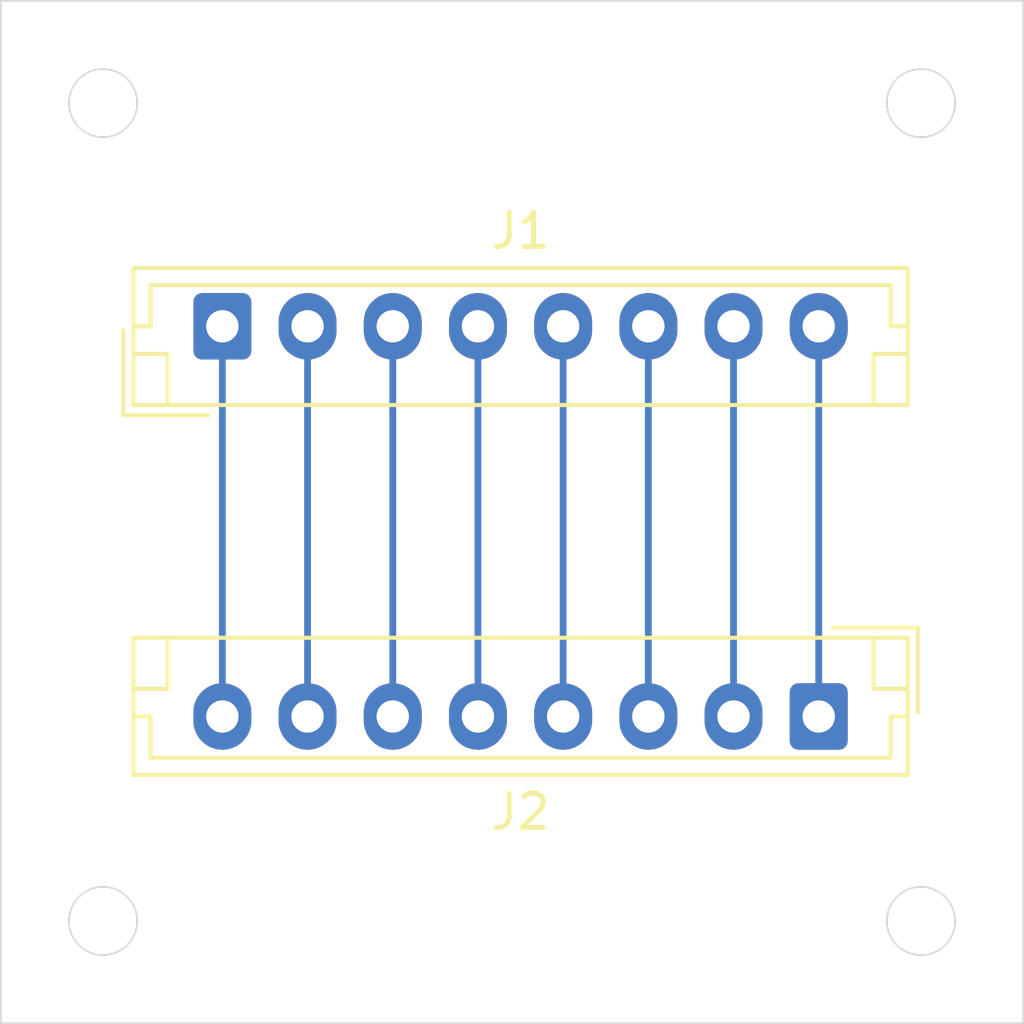
<source format=kicad_pcb>
(kicad_pcb (version 20240108) (generator "pcbnew") (generator_version "8.0")
  (layers (0 "F.Cu" signal) (31 "B.Cu" signal) (34 "B.Paste" user) (35 "F.Paste" user) (36 "B.SilkS" user "B.Silkscreen") (37 "F.SilkS" user "F.Silkscreen") (38 "B.Mask" user) (39 "F.Mask" user) (44 "Edge.Cuts" user))
  (net 0 "")
  (net 1 "Net-(J1-Pin_5)")
  (net 2 "Net-(J1-Pin_2)")
  (net 3 "Net-(J1-Pin_3)")
  (net 4 "Net-(J1-Pin_8)")
  (net 5 "Net-(J1-Pin_4)")
  (net 6 "Net-(J1-Pin_1)")
  (net 7 "Net-(J1-Pin_7)")
  (net 8 "Net-(J1-Pin_6)")
  (footprint "Connector_JST:JST_EH_B8B-EH-A_1x08_P2.50mm_Vertical" (layer "F.Cu") (at 36.5 39.55)
    (property "Reference" "J1" (at 8.75 -2.8 0) (layer "F.SilkS"))
    (property "Value" "Conn_01x08")
    (fp_line (start -2.91 0.11) (end -2.91 2.61) (stroke (width 0.12)) (layer "F.SilkS"))
    (fp_line (start -2.91 2.61) (end -0.41 2.61) (stroke (width 0.12)) (layer "F.SilkS"))
    (fp_line (start -2.61 -1.71) (end -2.61 2.31) (stroke (width 0.12)) (layer "F.SilkS"))
    (fp_line (start -2.61 0) (end -2.11 0) (stroke (width 0.12)) (layer "F.SilkS"))
    (fp_line (start -2.61 0.81) (end -1.61 0.81) (stroke (width 0.12)) (layer "F.SilkS"))
    (fp_line (start -2.61 2.31) (end 20.11 2.31) (stroke (width 0.12)) (layer "F.SilkS"))
    (fp_line (start -2.11 -1.21) (end 19.61 -1.21) (stroke (width 0.12)) (layer "F.SilkS"))
    (fp_line (start -2.11 0) (end -2.11 -1.21) (stroke (width 0.12)) (layer "F.SilkS"))
    (fp_line (start -1.61 0.81) (end -1.61 2.31) (stroke (width 0.12)) (layer "F.SilkS"))
    (fp_line (start 19.11 0.81) (end 19.11 2.31) (stroke (width 0.12)) (layer "F.SilkS"))
    (fp_line (start 19.61 -1.21) (end 19.61 0) (stroke (width 0.12)) (layer "F.SilkS"))
    (fp_line (start 19.61 0) (end 20.11 0) (stroke (width 0.12)) (layer "F.SilkS"))
    (fp_line (start 20.11 -1.71) (end -2.61 -1.71) (stroke (width 0.12)) (layer "F.SilkS"))
    (fp_line (start 20.11 0.81) (end 19.11 0.81) (stroke (width 0.12)) (layer "F.SilkS"))
    (fp_line (start 20.11 2.31) (end 20.11 -1.71) (stroke (width 0.12)) (layer "F.SilkS"))
    (pad "1" thru_hole roundrect (at 0 0) (size 1.7 1.95) (drill 0.95) (layers "*.Cu" "*.Mask") (roundrect_rratio 0.147059) (net 6 "Net-(J1-Pin_1)"))
    (pad "2" thru_hole oval (at 2.5 0) (size 1.7 1.95) (drill 0.95) (layers "*.Cu" "*.Mask") (net 2 "Net-(J1-Pin_2)"))
    (pad "3" thru_hole oval (at 5 0) (size 1.7 1.95) (drill 0.95) (layers "*.Cu" "*.Mask") (net 3 "Net-(J1-Pin_3)"))
    (pad "4" thru_hole oval (at 7.5 0) (size 1.7 1.95) (drill 0.95) (layers "*.Cu" "*.Mask") (net 5 "Net-(J1-Pin_4)"))
    (pad "5" thru_hole oval (at 10 0) (size 1.7 1.95) (drill 0.95) (layers "*.Cu" "*.Mask") (net 1 "Net-(J1-Pin_5)"))
    (pad "6" thru_hole oval (at 12.5 0) (size 1.7 1.95) (drill 0.95) (layers "*.Cu" "*.Mask") (net 8 "Net-(J1-Pin_6)"))
    (pad "7" thru_hole oval (at 15 0) (size 1.7 1.95) (drill 0.95) (layers "*.Cu" "*.Mask") (net 7 "Net-(J1-Pin_7)"))
    (pad "8" thru_hole oval (at 17.5 0) (size 1.7 1.95) (drill 0.95) (layers "*.Cu" "*.Mask") (net 4 "Net-(J1-Pin_8)"))
  )
  (footprint "Connector_JST:JST_EH_B8B-EH-A_1x08_P2.50mm_Vertical" (layer "F.Cu") (at 54 51 180)
    (property "Reference" "J2" (at 8.75 -2.8 180) (layer "F.SilkS"))
    (property "Value" "Conn_01x08")
    (fp_line (start 20.11 2.31) (end 20.11 -1.71) (stroke (width 0.12)) (layer "F.SilkS"))
    (fp_line (start 20.11 0.81) (end 19.11 0.81) (stroke (width 0.12)) (layer "F.SilkS"))
    (fp_line (start 20.11 -1.71) (end -2.61 -1.71) (stroke (width 0.12)) (layer "F.SilkS"))
    (fp_line (start 19.61 0) (end 20.11 0) (stroke (width 0.12)) (layer "F.SilkS"))
    (fp_line (start 19.61 -1.21) (end 19.61 0) (stroke (width 0.12)) (layer "F.SilkS"))
    (fp_line (start 19.11 0.81) (end 19.11 2.31) (stroke (width 0.12)) (layer "F.SilkS"))
    (fp_line (start -1.61 0.81) (end -1.61 2.31) (stroke (width 0.12)) (layer "F.SilkS"))
    (fp_line (start -2.11 0) (end -2.11 -1.21) (stroke (width 0.12)) (layer "F.SilkS"))
    (fp_line (start -2.11 -1.21) (end 19.61 -1.21) (stroke (width 0.12)) (layer "F.SilkS"))
    (fp_line (start -2.61 2.31) (end 20.11 2.31) (stroke (width 0.12)) (layer "F.SilkS"))
    (fp_line (start -2.61 0.81) (end -1.61 0.81) (stroke (width 0.12)) (layer "F.SilkS"))
    (fp_line (start -2.61 0) (end -2.11 0) (stroke (width 0.12)) (layer "F.SilkS"))
    (fp_line (start -2.61 -1.71) (end -2.61 2.31) (stroke (width 0.12)) (layer "F.SilkS"))
    (fp_line (start -2.91 2.61) (end -0.41 2.61) (stroke (width 0.12)) (layer "F.SilkS"))
    (fp_line (start -2.91 0.11) (end -2.91 2.61) (stroke (width 0.12)) (layer "F.SilkS"))
    (pad "1" thru_hole roundrect (at 0 0 180) (size 1.7 1.95) (drill 0.95) (layers "*.Cu" "*.Mask") (roundrect_rratio 0.147059) (net 4 "Net-(J1-Pin_8)"))
    (pad "2" thru_hole oval (at 2.5 0 180) (size 1.7 1.95) (drill 0.95) (layers "*.Cu" "*.Mask") (net 7 "Net-(J1-Pin_7)"))
    (pad "3" thru_hole oval (at 5 0 180) (size 1.7 1.95) (drill 0.95) (layers "*.Cu" "*.Mask") (net 8 "Net-(J1-Pin_6)"))
    (pad "4" thru_hole oval (at 7.5 0 180) (size 1.7 1.95) (drill 0.95) (layers "*.Cu" "*.Mask") (net 1 "Net-(J1-Pin_5)"))
    (pad "5" thru_hole oval (at 10 0 180) (size 1.7 1.95) (drill 0.95) (layers "*.Cu" "*.Mask") (net 5 "Net-(J1-Pin_4)"))
    (pad "6" thru_hole oval (at 12.5 0 180) (size 1.7 1.95) (drill 0.95) (layers "*.Cu" "*.Mask") (net 3 "Net-(J1-Pin_3)"))
    (pad "7" thru_hole oval (at 15 0 180) (size 1.7 1.95) (drill 0.95) (layers "*.Cu" "*.Mask") (net 2 "Net-(J1-Pin_2)"))
    (pad "8" thru_hole oval (at 17.5 0 180) (size 1.7 1.95) (drill 0.95) (layers "*.Cu" "*.Mask") (net 6 "Net-(J1-Pin_1)"))
  )
  (gr_rect (start 30 30) (end 60 60) (stroke (width 0.05)) (fill none) (layer "Edge.Cuts"))
  (gr_circle (center 33 33) (end 33 32) (stroke (width 0.05)) (fill none) (layer "Edge.Cuts"))
  (gr_circle (center 33 57) (end 33 58) (stroke (width 0.05)) (fill none) (layer "Edge.Cuts"))
  (gr_circle (center 57 57) (end 57 58) (stroke (width 0.05)) (fill none) (layer "Edge.Cuts"))
  (gr_circle (center 57 33) (end 57 32) (stroke (width 0.05)) (fill none) (layer "Edge.Cuts"))
  (segment (start 46.5 39.55) (end 46.5 51) (width 0.2) (layer "B.Cu") (net 1))
  (segment (start 39 39.55) (end 39 51) (width 0.2) (layer "B.Cu") (net 2))
  (segment (start 41.5 39.55) (end 41.5 51) (width 0.2) (layer "B.Cu") (net 3))
  (segment (start 54 39.55) (end 54 51) (width 0.2) (layer "B.Cu") (net 4))
  (segment (start 44 39.55) (end 44 51) (width 0.2) (layer "B.Cu") (net 5))
  (segment (start 36.5 39.55) (end 36.5 51) (width 0.2) (layer "B.Cu") (net 6))
  (segment (start 51.5 39.55) (end 51.5 51) (width 0.2) (layer "B.Cu") (net 7))
  (segment (start 49 39.55) (end 49 51) (width 0.2) (layer "B.Cu") (net 8))
)
</source>
